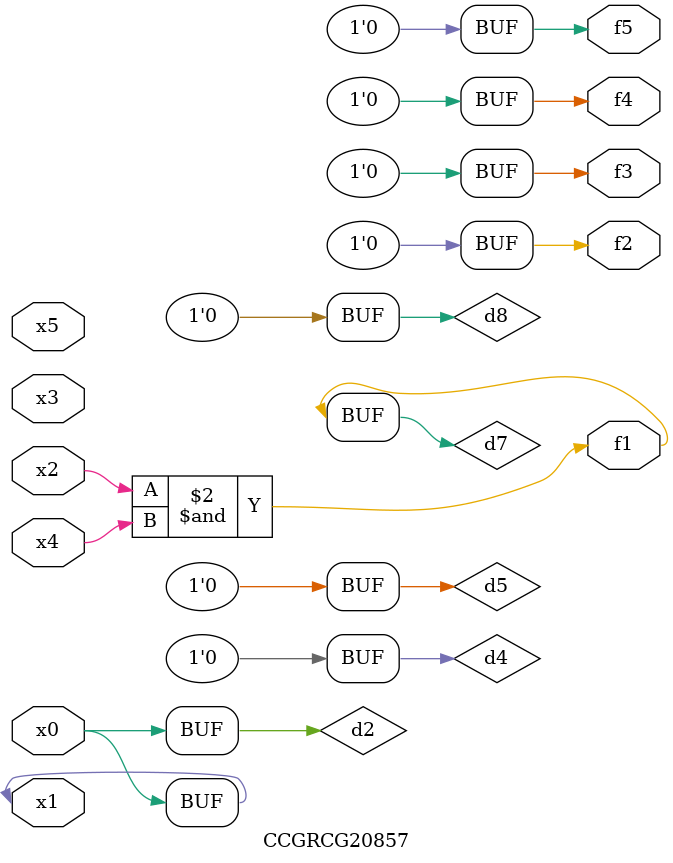
<source format=v>
module CCGRCG20857(
	input x0, x1, x2, x3, x4, x5,
	output f1, f2, f3, f4, f5
);

	wire d1, d2, d3, d4, d5, d6, d7, d8, d9;

	nand (d1, x1);
	buf (d2, x0, x1);
	nand (d3, x2, x4);
	and (d4, d1, d2);
	and (d5, d1, d2);
	nand (d6, d1, d3);
	not (d7, d3);
	xor (d8, d5);
	nor (d9, d5, d6);
	assign f1 = d7;
	assign f2 = d8;
	assign f3 = d8;
	assign f4 = d8;
	assign f5 = d8;
endmodule

</source>
